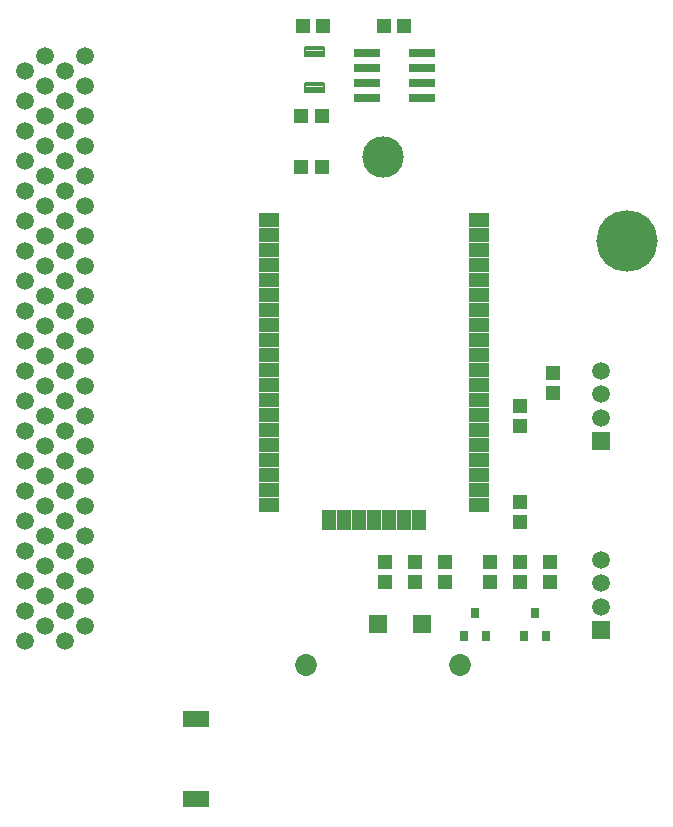
<source format=gts>
G75*
%MOIN*%
%OFA0B0*%
%FSLAX25Y25*%
%IPPOS*%
%LPD*%
%AMOC8*
5,1,8,0,0,1.08239X$1,22.5*
%
%ADD10C,0.20485*%
%ADD11R,0.05131X0.04737*%
%ADD12R,0.04737X0.05131*%
%ADD13R,0.03162X0.03556*%
%ADD14C,0.05950*%
%ADD15R,0.06800X0.04800*%
%ADD16R,0.04800X0.06800*%
%ADD17C,0.07296*%
%ADD18C,0.13792*%
%ADD19C,0.00760*%
%ADD20R,0.08600X0.03000*%
%ADD21R,0.06312X0.06312*%
%ADD22R,0.05950X0.05950*%
%ADD23R,0.08674X0.05721*%
D10*
X0213630Y0195513D03*
D11*
X0139346Y0266970D03*
X0132654Y0266970D03*
X0112346Y0266970D03*
X0105654Y0266970D03*
X0105154Y0236970D03*
X0111846Y0236970D03*
X0111846Y0219970D03*
X0105154Y0219970D03*
D12*
X0178000Y0140317D03*
X0178000Y0133624D03*
X0188906Y0144844D03*
X0188906Y0151537D03*
X0178000Y0108309D03*
X0178000Y0101616D03*
X0178000Y0088446D03*
X0178000Y0081754D03*
X0168000Y0081754D03*
X0168000Y0088446D03*
X0153000Y0088446D03*
X0153000Y0081754D03*
X0143000Y0081754D03*
X0143000Y0088446D03*
X0133000Y0088446D03*
X0133000Y0081754D03*
X0188000Y0081754D03*
X0188000Y0088446D03*
D13*
X0183000Y0071537D03*
X0179260Y0063663D03*
X0186740Y0063663D03*
X0166740Y0063663D03*
X0159260Y0063663D03*
X0163000Y0071537D03*
D14*
X0013000Y0061970D03*
X0019693Y0066970D03*
X0026386Y0061970D03*
X0033079Y0066970D03*
X0026386Y0071970D03*
X0019693Y0076970D03*
X0026386Y0081970D03*
X0019693Y0086970D03*
X0026386Y0091970D03*
X0019693Y0096970D03*
X0026386Y0101970D03*
X0019693Y0106970D03*
X0026386Y0111970D03*
X0019693Y0116970D03*
X0026386Y0121970D03*
X0019693Y0126970D03*
X0026386Y0131970D03*
X0019693Y0136970D03*
X0026386Y0141970D03*
X0019693Y0146970D03*
X0026386Y0151970D03*
X0019693Y0156970D03*
X0026386Y0161970D03*
X0019693Y0166970D03*
X0026386Y0171970D03*
X0019693Y0176970D03*
X0026386Y0181970D03*
X0019693Y0186970D03*
X0026386Y0191970D03*
X0019693Y0196970D03*
X0026386Y0201970D03*
X0019693Y0206970D03*
X0026386Y0211970D03*
X0019693Y0216970D03*
X0026386Y0221970D03*
X0019693Y0226970D03*
X0026386Y0231970D03*
X0019693Y0236970D03*
X0026386Y0241970D03*
X0019693Y0246970D03*
X0026386Y0251970D03*
X0019693Y0256970D03*
X0013000Y0251970D03*
X0013000Y0241970D03*
X0013000Y0231970D03*
X0013000Y0221970D03*
X0013000Y0211970D03*
X0013000Y0201970D03*
X0013000Y0191970D03*
X0013000Y0181970D03*
X0013000Y0171970D03*
X0013000Y0161970D03*
X0013000Y0151970D03*
X0013000Y0141970D03*
X0013000Y0131970D03*
X0013000Y0121970D03*
X0013000Y0111970D03*
X0013000Y0101970D03*
X0013000Y0091970D03*
X0013000Y0081970D03*
X0013000Y0071970D03*
X0033079Y0076970D03*
X0033079Y0086970D03*
X0033079Y0096970D03*
X0033079Y0106970D03*
X0033079Y0116970D03*
X0033079Y0126970D03*
X0033079Y0136970D03*
X0033079Y0146970D03*
X0033079Y0156970D03*
X0033079Y0166970D03*
X0033079Y0176970D03*
X0033079Y0186970D03*
X0033079Y0196970D03*
X0033079Y0206970D03*
X0033079Y0216970D03*
X0033079Y0226970D03*
X0033079Y0236970D03*
X0033079Y0246970D03*
X0033079Y0256970D03*
X0204969Y0152206D03*
X0204969Y0144332D03*
X0204969Y0136458D03*
X0204969Y0089214D03*
X0204969Y0081340D03*
X0204969Y0073466D03*
D15*
X0164417Y0107324D03*
X0164417Y0112324D03*
X0164417Y0117324D03*
X0164417Y0122324D03*
X0164417Y0127324D03*
X0164417Y0132324D03*
X0164417Y0137324D03*
X0164417Y0142324D03*
X0164417Y0147324D03*
X0164417Y0152324D03*
X0164417Y0157324D03*
X0164417Y0162324D03*
X0164417Y0167324D03*
X0164417Y0172324D03*
X0164417Y0177324D03*
X0164417Y0182324D03*
X0164417Y0187324D03*
X0164417Y0192324D03*
X0164417Y0197324D03*
X0164417Y0202324D03*
X0094417Y0202324D03*
X0094417Y0197324D03*
X0094417Y0192324D03*
X0094417Y0187324D03*
X0094417Y0182324D03*
X0094417Y0177324D03*
X0094417Y0172324D03*
X0094417Y0167324D03*
X0094417Y0162324D03*
X0094417Y0157324D03*
X0094417Y0152324D03*
X0094417Y0147324D03*
X0094417Y0142324D03*
X0094417Y0137324D03*
X0094417Y0132324D03*
X0094417Y0127324D03*
X0094417Y0122324D03*
X0094417Y0117324D03*
X0094417Y0112324D03*
X0094417Y0107324D03*
D16*
X0114417Y0102324D03*
X0119417Y0102324D03*
X0124417Y0102324D03*
X0129417Y0102324D03*
X0134417Y0102324D03*
X0139417Y0102324D03*
X0144417Y0102324D03*
D17*
X0157858Y0054214D03*
X0106677Y0054214D03*
D18*
X0132268Y0223506D03*
D19*
X0112520Y0244950D02*
X0106480Y0244950D01*
X0106480Y0247990D01*
X0112520Y0247990D01*
X0112520Y0244950D01*
X0112520Y0245709D02*
X0106480Y0245709D01*
X0106480Y0246468D02*
X0112520Y0246468D01*
X0112520Y0247227D02*
X0106480Y0247227D01*
X0106480Y0247986D02*
X0112520Y0247986D01*
X0112520Y0256950D02*
X0106480Y0256950D01*
X0106480Y0259990D01*
X0112520Y0259990D01*
X0112520Y0256950D01*
X0112520Y0257709D02*
X0106480Y0257709D01*
X0106480Y0258468D02*
X0112520Y0258468D01*
X0112520Y0259227D02*
X0106480Y0259227D01*
X0106480Y0259986D02*
X0112520Y0259986D01*
D20*
X0126889Y0258053D03*
X0126889Y0253053D03*
X0126889Y0248053D03*
X0126889Y0243053D03*
X0145489Y0243053D03*
X0145489Y0248053D03*
X0145489Y0253053D03*
X0145489Y0258053D03*
D21*
X0145480Y0067600D03*
X0130520Y0067600D03*
D22*
X0204969Y0065592D03*
X0204969Y0128584D03*
D23*
X0069929Y0036065D03*
X0069929Y0009490D03*
M02*

</source>
